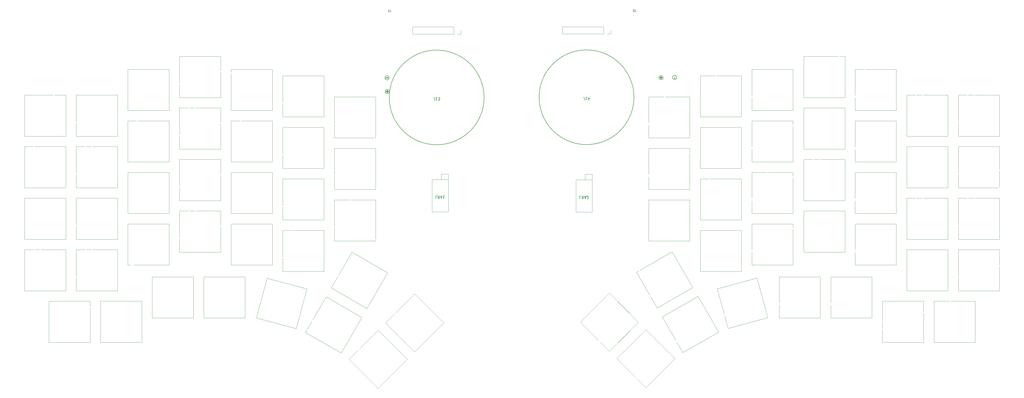
<source format=gbr>
%TF.GenerationSoftware,KiCad,Pcbnew,(6.0.5)*%
%TF.CreationDate,2022-08-12T23:05:57+08:00*%
%TF.ProjectId,ChunkyXiao,4368756e-6b79-4586-9961-6f2e6b696361,rev?*%
%TF.SameCoordinates,Original*%
%TF.FileFunction,Legend,Bot*%
%TF.FilePolarity,Positive*%
%FSLAX46Y46*%
G04 Gerber Fmt 4.6, Leading zero omitted, Abs format (unit mm)*
G04 Created by KiCad (PCBNEW (6.0.5)) date 2022-08-12 23:05:57*
%MOMM*%
%LPD*%
G01*
G04 APERTURE LIST*
%ADD10C,0.152400*%
%ADD11C,0.150000*%
%ADD12C,0.120000*%
%ADD13C,0.200000*%
%ADD14C,0.304800*%
%ADD15C,0.203200*%
%ADD16C,1.701800*%
%ADD17C,3.987800*%
%ADD18C,1.600000*%
%ADD19C,3.050000*%
%ADD20C,1.900000*%
%ADD21C,3.048000*%
%ADD22C,5.050000*%
%ADD23C,0.650000*%
%ADD24O,1.000000X2.100000*%
%ADD25O,1.000000X1.600000*%
%ADD26C,1.700000*%
%ADD27O,3.454400X1.778000*%
%ADD28R,1.000000X1.000000*%
%ADD29O,1.778000X3.454400*%
%ADD30C,1.100000*%
%ADD31C,2.100000*%
%ADD32O,2.200000X2.100000*%
%ADD33C,0.800000*%
%ADD34C,0.600000*%
G04 APERTURE END LIST*
D10*
%TO.C,J2*%
X260819340Y-66460916D02*
X260819340Y-67041487D01*
X260858045Y-67157601D01*
X260935454Y-67235011D01*
X261051568Y-67273716D01*
X261128978Y-67273716D01*
X260470997Y-66538325D02*
X260432292Y-66499621D01*
X260354883Y-66460916D01*
X260161359Y-66460916D01*
X260083949Y-66499621D01*
X260045245Y-66538325D01*
X260006540Y-66615735D01*
X260006540Y-66693144D01*
X260045245Y-66809259D01*
X260509702Y-67273716D01*
X260006540Y-67273716D01*
%TO.C,J1*%
X170400504Y-66510923D02*
X170400504Y-67091494D01*
X170439209Y-67207608D01*
X170516618Y-67285018D01*
X170632732Y-67323723D01*
X170710142Y-67323723D01*
X169587704Y-67323723D02*
X170052161Y-67323723D01*
X169819932Y-67323723D02*
X169819932Y-66510923D01*
X169897342Y-66627037D01*
X169974751Y-66704447D01*
X170052161Y-66743151D01*
D11*
%TO.C,J13*%
X186682366Y-99984111D02*
X186682366Y-99269825D01*
X186634747Y-99126968D01*
X186539509Y-99031730D01*
X186396651Y-98984111D01*
X186301413Y-98984111D01*
X187682366Y-98984111D02*
X187110937Y-98984111D01*
X187396651Y-98984111D02*
X187396651Y-99984111D01*
X187301413Y-99841253D01*
X187206175Y-99746015D01*
X187110937Y-99698396D01*
X188015699Y-99984111D02*
X188634747Y-99984111D01*
X188301413Y-99603158D01*
X188444270Y-99603158D01*
X188539509Y-99555539D01*
X188587128Y-99507920D01*
X188634747Y-99412682D01*
X188634747Y-99174587D01*
X188587128Y-99079349D01*
X188539509Y-99031730D01*
X188444270Y-98984111D01*
X188158556Y-98984111D01*
X188063318Y-99031730D01*
X188015699Y-99079349D01*
%TO.C,LRA2*%
X240791650Y-135384111D02*
X240315460Y-135384111D01*
X240315460Y-136384111D01*
X241696412Y-135384111D02*
X241363079Y-135860301D01*
X241124984Y-135384111D02*
X241124984Y-136384111D01*
X241505936Y-136384111D01*
X241601174Y-136336492D01*
X241648793Y-136288872D01*
X241696412Y-136193634D01*
X241696412Y-136050777D01*
X241648793Y-135955539D01*
X241601174Y-135907920D01*
X241505936Y-135860301D01*
X241124984Y-135860301D01*
X242077365Y-135669825D02*
X242553555Y-135669825D01*
X241982127Y-135384111D02*
X242315460Y-136384111D01*
X242648793Y-135384111D01*
X242934508Y-136288872D02*
X242982127Y-136336492D01*
X243077365Y-136384111D01*
X243315460Y-136384111D01*
X243410698Y-136336492D01*
X243458317Y-136288872D01*
X243505936Y-136193634D01*
X243505936Y-136098396D01*
X243458317Y-135955539D01*
X242886889Y-135384111D01*
X243505936Y-135384111D01*
%TO.C,J14*%
X241987367Y-99921612D02*
X241987367Y-99207326D01*
X241939748Y-99064469D01*
X241844510Y-98969231D01*
X241701652Y-98921612D01*
X241606414Y-98921612D01*
X242987367Y-98921612D02*
X242415938Y-98921612D01*
X242701652Y-98921612D02*
X242701652Y-99921612D01*
X242606414Y-99778754D01*
X242511176Y-99683516D01*
X242415938Y-99635897D01*
X243844510Y-99588278D02*
X243844510Y-98921612D01*
X243606414Y-99969231D02*
X243368319Y-99254945D01*
X243987367Y-99254945D01*
%TO.C,LRA1*%
X187694761Y-135307619D02*
X187218571Y-135307619D01*
X187218571Y-136307619D01*
X188599523Y-135307619D02*
X188266190Y-135783809D01*
X188028095Y-135307619D02*
X188028095Y-136307619D01*
X188409047Y-136307619D01*
X188504285Y-136260000D01*
X188551904Y-136212380D01*
X188599523Y-136117142D01*
X188599523Y-135974285D01*
X188551904Y-135879047D01*
X188504285Y-135831428D01*
X188409047Y-135783809D01*
X188028095Y-135783809D01*
X188980476Y-135593333D02*
X189456666Y-135593333D01*
X188885238Y-135307619D02*
X189218571Y-136307619D01*
X189551904Y-135307619D01*
X190409047Y-135307619D02*
X189837619Y-135307619D01*
X190123333Y-135307619D02*
X190123333Y-136307619D01*
X190028095Y-136164761D01*
X189932857Y-136069523D01*
X189837619Y-136021904D01*
D12*
%TO.C,SW18*%
X107766889Y-137068492D02*
X92566889Y-137068492D01*
X92566889Y-137068492D02*
X92566889Y-121868492D01*
X92566889Y-121868492D02*
X107766889Y-121868492D01*
X107766889Y-121868492D02*
X107766889Y-137068492D01*
%TO.C,SW62*%
X357099888Y-126636497D02*
X357099888Y-141836497D01*
X357099888Y-141836497D02*
X341899888Y-141836497D01*
X341899888Y-126636497D02*
X357099888Y-126636497D01*
X341899888Y-141836497D02*
X341899888Y-126636497D01*
%TO.C,SW19*%
X92566888Y-140918491D02*
X107766888Y-140918491D01*
X107766888Y-140918491D02*
X107766888Y-156118491D01*
X107766888Y-156118491D02*
X92566888Y-156118491D01*
X92566888Y-156118491D02*
X92566888Y-140918491D01*
%TO.C,SW21*%
X111616892Y-88536493D02*
X126816892Y-88536493D01*
X126816892Y-88536493D02*
X126816892Y-103736493D01*
X111616892Y-103736493D02*
X111616892Y-88536493D01*
X126816892Y-103736493D02*
X111616892Y-103736493D01*
%TO.C,SW50*%
X318999890Y-88536495D02*
X318999890Y-103736495D01*
X303799890Y-88536495D02*
X318999890Y-88536495D01*
X303799890Y-103736495D02*
X303799890Y-88536495D01*
X318999890Y-103736495D02*
X303799890Y-103736495D01*
%TO.C,SW15*%
X78666890Y-174261494D02*
X78666890Y-189461494D01*
X78666890Y-189461494D02*
X63466890Y-189461494D01*
X63466890Y-174261494D02*
X78666890Y-174261494D01*
X63466890Y-189461494D02*
X63466890Y-174261494D01*
%TO.C,SW12*%
X88716888Y-122786493D02*
X73516888Y-122786493D01*
X88716888Y-107586493D02*
X88716888Y-122786493D01*
X73516888Y-122786493D02*
X73516888Y-107586493D01*
X73516888Y-107586493D02*
X88716888Y-107586493D01*
%TO.C,SW66*%
X360949889Y-132311492D02*
X360949889Y-117111492D01*
X376149889Y-117111492D02*
X376149889Y-132311492D01*
X360949889Y-117111492D02*
X376149889Y-117111492D01*
X376149889Y-132311492D02*
X360949889Y-132311492D01*
%TO.C,SW43*%
X274379433Y-155995850D02*
X281979433Y-169159436D01*
X281979433Y-169159436D02*
X268815847Y-176759436D01*
X268815847Y-176759436D02*
X261215847Y-163595850D01*
X261215847Y-163595850D02*
X274379433Y-155995850D01*
%TO.C,SW20*%
X82516890Y-180461494D02*
X82516890Y-165261494D01*
X97716890Y-165261494D02*
X97716890Y-180461494D01*
X82516890Y-165261494D02*
X97716890Y-165261494D01*
X97716890Y-180461494D02*
X82516890Y-180461494D01*
%TO.C,SW38*%
X240446931Y-182062782D02*
X251194954Y-171314759D01*
X251194954Y-192810805D02*
X240446931Y-182062782D01*
X261942977Y-182062782D02*
X251194954Y-192810805D01*
X251194954Y-171314759D02*
X261942977Y-182062782D01*
%TO.C,SW13*%
X88716888Y-126636495D02*
X88716888Y-141836495D01*
X73516888Y-141836495D02*
X73516888Y-126636495D01*
X73516888Y-126636495D02*
X88716888Y-126636495D01*
X88716888Y-141836495D02*
X73516888Y-141836495D01*
D13*
%TO.C,J16*%
X204991890Y-98936492D02*
G75*
G03*
X204991890Y-98936492I-17500000J0D01*
G01*
D12*
%TO.C,SW10*%
X59616889Y-174261494D02*
X59616889Y-189461494D01*
X44416889Y-174261494D02*
X59616889Y-174261494D01*
X59616889Y-189461494D02*
X44416889Y-189461494D01*
X44416889Y-189461494D02*
X44416889Y-174261494D01*
%TO.C,SW31*%
X149716888Y-113916491D02*
X149716888Y-98716491D01*
X164916888Y-113916491D02*
X149716888Y-113916491D01*
X149716888Y-98716491D02*
X164916888Y-98716491D01*
X164916888Y-98716491D02*
X164916888Y-113916491D01*
%TO.C,SW34*%
X169367433Y-163763850D02*
X161767433Y-176927436D01*
X161767433Y-176927436D02*
X148603847Y-169327436D01*
X156203847Y-156163850D02*
X169367433Y-163763850D01*
X148603847Y-169327436D02*
X156203847Y-156163850D01*
D14*
%TO.C,SYM4*%
X275336891Y-91941596D02*
X275336891Y-91147896D01*
D15*
X276118591Y-91544796D02*
G75*
G03*
X276118591Y-91544796I-781700J0D01*
G01*
D12*
%TO.C,SW7*%
X54466889Y-117111493D02*
X69666889Y-117111493D01*
X54466889Y-132311493D02*
X54466889Y-117111493D01*
X69666889Y-132311493D02*
X54466889Y-132311493D01*
X69666889Y-117111493D02*
X69666889Y-132311493D01*
%TO.C,SW45*%
X299949889Y-106122496D02*
X284749889Y-106122496D01*
X284749889Y-90922496D02*
X299949889Y-90922496D01*
X299949889Y-90922496D02*
X299949889Y-106122496D01*
X284749889Y-106122496D02*
X284749889Y-90922496D01*
D14*
%TO.C,SYM2*%
X269880090Y-91646493D02*
X270673690Y-91646493D01*
X270276890Y-92043293D02*
X270276890Y-91249593D01*
D15*
X271058590Y-91646493D02*
G75*
G03*
X271058590Y-91646493I-781700J0D01*
G01*
D12*
%TO.C,SW27*%
X145866888Y-109972495D02*
X145866888Y-125172495D01*
X145866888Y-125172495D02*
X130666888Y-125172495D01*
X130666888Y-109972495D02*
X145866888Y-109972495D01*
X130666888Y-125172495D02*
X130666888Y-109972495D01*
%TO.C,SW48*%
X299949889Y-163272496D02*
X284749889Y-163272496D01*
X284749889Y-163272496D02*
X284749889Y-148072496D01*
X299949889Y-148072496D02*
X299949889Y-163272496D01*
X284749889Y-148072496D02*
X299949889Y-148072496D01*
D14*
%TO.C,SYM1*%
X169280000Y-96363200D02*
X169280000Y-97156800D01*
X168883200Y-96760000D02*
X169676900Y-96760000D01*
D15*
X170061700Y-96760000D02*
G75*
G03*
X170061700Y-96760000I-781700J0D01*
G01*
D12*
%TO.C,SW6*%
X69666889Y-98061494D02*
X69666889Y-113261494D01*
X54466889Y-113261494D02*
X54466889Y-98061494D01*
X69666889Y-113261494D02*
X54466889Y-113261494D01*
X54466889Y-98061494D02*
X69666889Y-98061494D01*
%TO.C,SW54*%
X313849889Y-165261495D02*
X329049889Y-165261495D01*
X329049889Y-165261495D02*
X329049889Y-180461495D01*
X329049889Y-180461495D02*
X313849889Y-180461495D01*
X313849889Y-180461495D02*
X313849889Y-165261495D01*
%TO.C,SW53*%
X303799894Y-160886493D02*
X303799894Y-145686493D01*
X303799894Y-145686493D02*
X318999894Y-145686493D01*
X318999894Y-160886493D02*
X303799894Y-160886493D01*
X318999894Y-145686493D02*
X318999894Y-160886493D01*
%TO.C,SW57*%
X338149887Y-121868491D02*
X338149887Y-137068491D01*
X322949887Y-121868491D02*
X338149887Y-121868491D01*
X338149887Y-137068491D02*
X322949887Y-137068491D01*
X322949887Y-137068491D02*
X322949887Y-121868491D01*
%TO.C,SW24*%
X126816889Y-145686493D02*
X126816889Y-160886493D01*
X111616889Y-145686493D02*
X126816889Y-145686493D01*
X126816889Y-160886493D02*
X111616889Y-160886493D01*
X111616889Y-160886493D02*
X111616889Y-145686493D01*
%TO.C,SW69*%
X370999888Y-189461494D02*
X370999888Y-174261494D01*
X386199888Y-174261494D02*
X386199888Y-189461494D01*
X386199888Y-189461494D02*
X370999888Y-189461494D01*
X370999888Y-174261494D02*
X386199888Y-174261494D01*
%TO.C,SW32*%
X149716888Y-132966495D02*
X149716888Y-117766495D01*
X149716888Y-117766495D02*
X164916888Y-117766495D01*
X164916888Y-132966495D02*
X149716888Y-132966495D01*
X164916888Y-117766495D02*
X164916888Y-132966495D01*
%TO.C,SW56*%
X338149889Y-118018494D02*
X322949889Y-118018494D01*
X322949889Y-118018494D02*
X322949889Y-102818494D01*
X338149889Y-102818494D02*
X338149889Y-118018494D01*
X322949889Y-102818494D02*
X338149889Y-102818494D01*
%TO.C,SW59*%
X348099890Y-180461495D02*
X332899890Y-180461495D01*
X332899890Y-180461495D02*
X332899890Y-165261495D01*
X332899890Y-165261495D02*
X348099890Y-165261495D01*
X348099890Y-165261495D02*
X348099890Y-180461495D01*
%TO.C,SW58*%
X338149891Y-156118494D02*
X322949891Y-156118494D01*
X322949891Y-156118494D02*
X322949891Y-140918494D01*
X322949891Y-140918494D02*
X338149891Y-140918494D01*
X338149891Y-140918494D02*
X338149891Y-156118494D01*
%TO.C,SW46*%
X284749890Y-125172495D02*
X284749890Y-109972495D01*
X299949890Y-125172495D02*
X284749890Y-125172495D01*
X299949890Y-109972495D02*
X299949890Y-125172495D01*
X284749890Y-109972495D02*
X299949890Y-109972495D01*
%TO.C,SW33*%
X164916889Y-136816493D02*
X164916889Y-152016493D01*
X149716889Y-152016493D02*
X149716889Y-136816493D01*
X149716889Y-136816493D02*
X164916889Y-136816493D01*
X164916889Y-152016493D02*
X149716889Y-152016493D01*
%TO.C,SW68*%
X376149887Y-155211493D02*
X376149887Y-170411493D01*
X360949887Y-170411493D02*
X360949887Y-155211493D01*
X376149887Y-170411493D02*
X360949887Y-170411493D01*
X360949887Y-155211493D02*
X376149887Y-155211493D01*
%TO.C,SW71*%
X379999887Y-132311492D02*
X379999887Y-117111492D01*
X379999887Y-117111492D02*
X395199887Y-117111492D01*
X395199887Y-117111492D02*
X395199887Y-132311492D01*
X395199887Y-132311492D02*
X379999887Y-132311492D01*
D14*
%TO.C,SYM3*%
X168784900Y-91700000D02*
X169578600Y-91700000D01*
D15*
X169963400Y-91700000D02*
G75*
G03*
X169963400Y-91700000I-781700J0D01*
G01*
D12*
%TO.C,SW8*%
X69666889Y-136161495D02*
X69666889Y-151361495D01*
X69666889Y-151361495D02*
X54466889Y-151361495D01*
X54466889Y-151361495D02*
X54466889Y-136161495D01*
X54466889Y-136161495D02*
X69666889Y-136161495D01*
%TO.C,SW29*%
X145866886Y-163272497D02*
X130666886Y-163272497D01*
X130666886Y-148072497D02*
X145866886Y-148072497D01*
X145866886Y-148072497D02*
X145866886Y-163272497D01*
X130666886Y-163272497D02*
X130666886Y-148072497D01*
%TO.C,SW55*%
X338149890Y-98968493D02*
X322949890Y-98968493D01*
X322949890Y-98968493D02*
X322949890Y-83768493D01*
X322949890Y-83768493D02*
X338149890Y-83768493D01*
X338149890Y-83768493D02*
X338149890Y-98968493D01*
%TO.C,SW26*%
X130666888Y-106122495D02*
X130666888Y-90922495D01*
X145866888Y-106122495D02*
X130666888Y-106122495D01*
X145866888Y-90922495D02*
X145866888Y-106122495D01*
X130666888Y-90922495D02*
X145866888Y-90922495D01*
%TO.C,SW9*%
X69666887Y-155211494D02*
X69666887Y-170411494D01*
X54466887Y-170411494D02*
X54466887Y-155211494D01*
X54466887Y-155211494D02*
X69666887Y-155211494D01*
X69666887Y-170411494D02*
X54466887Y-170411494D01*
%TO.C,SW63*%
X357099887Y-160886497D02*
X341899887Y-160886497D01*
X357099887Y-145686497D02*
X357099887Y-160886497D01*
X341899887Y-145686497D02*
X357099887Y-145686497D01*
X341899887Y-160886497D02*
X341899887Y-145686497D01*
%TO.C,SW23*%
X126816889Y-141836490D02*
X111616889Y-141836490D01*
X111616889Y-141836490D02*
X111616889Y-126636490D01*
X111616889Y-126636490D02*
X126816889Y-126636490D01*
X126816889Y-126636490D02*
X126816889Y-141836490D01*
%TO.C,SW61*%
X357099890Y-122786495D02*
X341899890Y-122786495D01*
X341899890Y-107586495D02*
X357099890Y-107586495D01*
X341899890Y-122786495D02*
X341899890Y-107586495D01*
X357099890Y-107586495D02*
X357099890Y-122786495D01*
%TO.C,SW70*%
X395199888Y-98061491D02*
X395199888Y-113261491D01*
X395199888Y-113261491D02*
X379999888Y-113261491D01*
X379999888Y-113261491D02*
X379999888Y-98061491D01*
X379999888Y-98061491D02*
X395199888Y-98061491D01*
%TO.C,SW42*%
X265699889Y-136816493D02*
X280899889Y-136816493D01*
X280899889Y-152016493D02*
X265699889Y-152016493D01*
X280899889Y-136816493D02*
X280899889Y-152016493D01*
X265699889Y-152016493D02*
X265699889Y-136816493D01*
%TO.C,SW51*%
X318999891Y-122786495D02*
X303799891Y-122786495D01*
X303799891Y-122786495D02*
X303799891Y-107586495D01*
X303799891Y-107586495D02*
X318999891Y-107586495D01*
X318999891Y-107586495D02*
X318999891Y-122786495D01*
%TO.C,SW14*%
X88716886Y-160886495D02*
X73516886Y-160886495D01*
X88716886Y-145686495D02*
X88716886Y-160886495D01*
X73516886Y-160886495D02*
X73516886Y-145686495D01*
X73516886Y-145686495D02*
X88716886Y-145686495D01*
D13*
%TO.C,J15*%
X260296891Y-98873993D02*
G75*
G03*
X260296891Y-98873993I-17500000J0D01*
G01*
D12*
%TO.C,SW73*%
X395199889Y-155211490D02*
X395199889Y-170411490D01*
X379999889Y-170411490D02*
X379999889Y-155211490D01*
X379999889Y-155211490D02*
X395199889Y-155211490D01*
X395199889Y-170411490D02*
X379999889Y-170411490D01*
%TO.C,SW28*%
X145866888Y-144222496D02*
X130666888Y-144222496D01*
X145866888Y-129022496D02*
X145866888Y-144222496D01*
X130666888Y-129022496D02*
X145866888Y-129022496D01*
X130666888Y-144222496D02*
X130666888Y-129022496D01*
%TO.C,SW39*%
X275413361Y-195533165D02*
X264665338Y-206281188D01*
X264665338Y-206281188D02*
X253917315Y-195533165D01*
X253917315Y-195533165D02*
X264665338Y-184785142D01*
X264665338Y-184785142D02*
X275413361Y-195533165D01*
%TO.C,SW52*%
X303799892Y-126636493D02*
X318999892Y-126636493D01*
X318999892Y-126636493D02*
X318999892Y-141836493D01*
X303799892Y-141836493D02*
X303799892Y-126636493D01*
X318999892Y-141836493D02*
X303799892Y-141836493D01*
%TO.C,SW72*%
X395199888Y-136161493D02*
X395199888Y-151361493D01*
X379999888Y-151361493D02*
X379999888Y-136161493D01*
X379999888Y-136161493D02*
X395199888Y-136161493D01*
X395199888Y-151361493D02*
X379999888Y-151361493D01*
%TO.C,SW11*%
X88716889Y-103736494D02*
X73516889Y-103736494D01*
X88716889Y-88536494D02*
X88716889Y-103736494D01*
X73516889Y-88536494D02*
X88716889Y-88536494D01*
X73516889Y-103736494D02*
X73516889Y-88536494D01*
%TO.C,SW37*%
X176626239Y-195752943D02*
X165878216Y-206500966D01*
X155130193Y-195752943D02*
X165878216Y-185004920D01*
X165878216Y-206500966D02*
X155130193Y-195752943D01*
X165878216Y-185004920D02*
X176626239Y-195752943D01*
%TO.C,SW41*%
X265699891Y-117766492D02*
X280899891Y-117766492D01*
X280899891Y-132966492D02*
X265699891Y-132966492D01*
X280899891Y-117766492D02*
X280899891Y-132966492D01*
X265699891Y-132966492D02*
X265699891Y-117766492D01*
%TO.C,SW17*%
X92566888Y-102818494D02*
X107766888Y-102818494D01*
X107766888Y-118018494D02*
X92566888Y-118018494D01*
X107766888Y-102818494D02*
X107766888Y-118018494D01*
X92566888Y-118018494D02*
X92566888Y-102818494D01*
%TO.C,SW40*%
X280899889Y-113916494D02*
X265699889Y-113916494D01*
X280899889Y-98716494D02*
X280899889Y-113916494D01*
X265699889Y-113916494D02*
X265699889Y-98716494D01*
X265699889Y-98716494D02*
X280899889Y-98716494D01*
%TO.C,SW67*%
X376149889Y-151361493D02*
X360949889Y-151361493D01*
X376149889Y-136161493D02*
X376149889Y-151361493D01*
X360949889Y-151361493D02*
X360949889Y-136161493D01*
X360949889Y-136161493D02*
X376149889Y-136161493D01*
%TO.C,SW25*%
X101566890Y-180461493D02*
X101566890Y-165261493D01*
X101566890Y-165261493D02*
X116766890Y-165261493D01*
X116766890Y-165261493D02*
X116766890Y-180461493D01*
X116766890Y-180461493D02*
X101566890Y-180461493D01*
%TO.C,SW3*%
X50616892Y-136161491D02*
X50616892Y-151361491D01*
X35416892Y-136161491D02*
X50616892Y-136161491D01*
X50616892Y-151361491D02*
X35416892Y-151361491D01*
X35416892Y-151361491D02*
X35416892Y-136161491D01*
%TO.C,SW49*%
X291034038Y-169638280D02*
X305716111Y-165704231D01*
X305716111Y-165704231D02*
X309650160Y-180386303D01*
X294968088Y-184320353D02*
X291034038Y-169638280D01*
X309650160Y-180386303D02*
X294968088Y-184320353D01*
%TO.C,SW47*%
X299949891Y-144222495D02*
X284749891Y-144222495D01*
X299949891Y-129022495D02*
X299949891Y-144222495D01*
X284749891Y-144222495D02*
X284749891Y-129022495D01*
X284749891Y-129022495D02*
X299949891Y-129022495D01*
%TO.C,SW1*%
X35416888Y-98061493D02*
X50616888Y-98061493D01*
X35416888Y-113261493D02*
X35416888Y-98061493D01*
X50616888Y-98061493D02*
X50616888Y-113261493D01*
X50616888Y-113261493D02*
X35416888Y-113261493D01*
%TO.C,SW60*%
X357099891Y-88536494D02*
X357099891Y-103736494D01*
X357099891Y-103736494D02*
X341899891Y-103736494D01*
X341899891Y-88536494D02*
X357099891Y-88536494D01*
X341899891Y-103736494D02*
X341899891Y-88536494D01*
%TO.C,SW4*%
X35416888Y-170411490D02*
X35416888Y-155211490D01*
X35416888Y-155211490D02*
X50616888Y-155211490D01*
X50616888Y-155211490D02*
X50616888Y-170411490D01*
X50616888Y-170411490D02*
X35416888Y-170411490D01*
%TO.C,SW35*%
X139078848Y-185825221D02*
X146678848Y-172661635D01*
X146678848Y-172661635D02*
X159842434Y-180261635D01*
X159842434Y-180261635D02*
X152242434Y-193425221D01*
X152242434Y-193425221D02*
X139078848Y-185825221D01*
%TO.C,SW22*%
X111616890Y-107586492D02*
X126816890Y-107586492D01*
X126816890Y-107586492D02*
X126816890Y-122786492D01*
X111616890Y-122786492D02*
X111616890Y-107586492D01*
X126816890Y-122786492D02*
X111616890Y-122786492D01*
%TO.C,SW30*%
X120958100Y-180451007D02*
X124892150Y-165768935D01*
X135640173Y-184385057D02*
X120958100Y-180451007D01*
X139574222Y-169702984D02*
X135640173Y-184385057D01*
X124892150Y-165768935D02*
X139574222Y-169702984D01*
%TO.C,SW64*%
X367149888Y-174261494D02*
X367149888Y-189461494D01*
X367149888Y-189461494D02*
X351949888Y-189461494D01*
X351949888Y-189461494D02*
X351949888Y-174261494D01*
X351949888Y-174261494D02*
X367149888Y-174261494D01*
%TO.C,SW65*%
X360949889Y-113261493D02*
X360949889Y-98061493D01*
X376149889Y-113261493D02*
X360949889Y-113261493D01*
X360949889Y-98061493D02*
X376149889Y-98061493D01*
X376149889Y-98061493D02*
X376149889Y-113261493D01*
%TO.C,SW44*%
X291504433Y-185657221D02*
X278340847Y-193257221D01*
X270740847Y-180093635D02*
X283904433Y-172493635D01*
X278340847Y-193257221D02*
X270740847Y-180093635D01*
X283904433Y-172493635D02*
X291504433Y-185657221D01*
%TO.C,SW16*%
X107766891Y-98968490D02*
X92566891Y-98968490D01*
X92566891Y-83768490D02*
X107766891Y-83768490D01*
X92566891Y-98968490D02*
X92566891Y-83768490D01*
X107766891Y-83768490D02*
X107766891Y-98968490D01*
%TO.C,SW36*%
X179348600Y-193030582D02*
X168600577Y-182282559D01*
X190096623Y-182282559D02*
X179348600Y-193030582D01*
X168600577Y-182282559D02*
X179348600Y-171534536D01*
X179348600Y-171534536D02*
X190096623Y-182282559D01*
%TO.C,SW2*%
X50616889Y-132311490D02*
X35416889Y-132311490D01*
X50616889Y-117111490D02*
X50616889Y-132311490D01*
X35416889Y-117111490D02*
X50616889Y-117111490D01*
X35416889Y-132311490D02*
X35416889Y-117111490D01*
%TO.C,J13*%
X178551890Y-75516492D02*
X178551890Y-72856492D01*
X195121890Y-75516492D02*
X196451890Y-75516492D01*
X196451890Y-75516492D02*
X196451890Y-74186492D01*
X193851890Y-75516492D02*
X178551890Y-75516492D01*
X193851890Y-75516492D02*
X193851890Y-72856492D01*
X193851890Y-72856492D02*
X178551890Y-72856492D01*
%TO.C,LRA2*%
X244886889Y-129336492D02*
X242286889Y-129336492D01*
X242286889Y-129336492D02*
X242286889Y-127336492D01*
X242286889Y-127336492D02*
X244886889Y-127336492D01*
X244886889Y-127336492D02*
X244886889Y-129336492D01*
X238886889Y-141336492D02*
X244886889Y-141336492D01*
X244886889Y-141336492D02*
X244886889Y-129336492D01*
X244886889Y-129336492D02*
X238886889Y-129336492D01*
X238886889Y-129336492D02*
X238886889Y-141336492D01*
%TO.C,J14*%
X233856891Y-75453993D02*
X233856891Y-72793993D01*
X250426891Y-75453993D02*
X251756891Y-75453993D01*
X249156891Y-75453993D02*
X233856891Y-75453993D01*
X249156891Y-72793993D02*
X233856891Y-72793993D01*
X249156891Y-75453993D02*
X249156891Y-72793993D01*
X251756891Y-75453993D02*
X251756891Y-74123993D01*
%TO.C,LRA1*%
X185790000Y-141260000D02*
X191790000Y-141260000D01*
X191790000Y-141260000D02*
X191790000Y-129260000D01*
X191790000Y-129260000D02*
X185790000Y-129260000D01*
X185790000Y-129260000D02*
X185790000Y-141260000D01*
X191790000Y-129260000D02*
X189190000Y-129260000D01*
X189190000Y-129260000D02*
X189190000Y-127260000D01*
X189190000Y-127260000D02*
X191790000Y-127260000D01*
X191790000Y-127260000D02*
X191790000Y-129260000D01*
%TD*%
%LPC*%
D16*
%TO.C,SW18*%
X105121889Y-129443492D03*
X94961889Y-129443492D03*
D17*
X100041889Y-129443492D03*
D18*
X95166889Y-124318492D03*
D19*
X100166889Y-135368492D03*
D20*
X105666889Y-129468492D03*
D21*
X102581889Y-134523492D03*
D19*
X105166889Y-133268492D03*
D20*
X94666889Y-129468492D03*
D21*
X96231889Y-131983492D03*
D22*
X100166889Y-129468492D03*
%TD*%
%TO.C,SW62*%
X349499888Y-134236497D03*
D16*
X344294888Y-134211497D03*
D20*
X354999888Y-134236497D03*
D18*
X344499888Y-129086497D03*
D21*
X345564888Y-136751497D03*
D19*
X354499888Y-138036497D03*
D21*
X351914888Y-139291497D03*
D19*
X349499888Y-140136497D03*
D17*
X349374888Y-134211497D03*
D20*
X343999888Y-134236497D03*
D16*
X354454888Y-134211497D03*
%TD*%
D17*
%TO.C,SW19*%
X100041888Y-148493491D03*
D16*
X105121888Y-148493491D03*
D19*
X100166888Y-154418491D03*
D20*
X105666888Y-148518491D03*
X94666888Y-148518491D03*
D21*
X102581888Y-153573491D03*
X96231888Y-151033491D03*
D18*
X95166888Y-143368491D03*
D16*
X94961888Y-148493491D03*
D19*
X105166888Y-152318491D03*
D22*
X100166888Y-148518491D03*
%TD*%
D20*
%TO.C,SW21*%
X124716892Y-96136493D03*
D18*
X114216892Y-90986493D03*
D17*
X119091892Y-96111493D03*
D19*
X119216892Y-102036493D03*
D21*
X121631892Y-101191493D03*
D16*
X124171892Y-96111493D03*
D19*
X124216892Y-99936493D03*
D21*
X115281892Y-98651493D03*
D20*
X113716892Y-96136493D03*
D16*
X114011892Y-96111493D03*
D22*
X119216892Y-96136493D03*
%TD*%
D23*
%TO.C,J2*%
X263438407Y-70099801D03*
X257658407Y-70099801D03*
D24*
X264868407Y-70629801D03*
D25*
X264868407Y-66449801D03*
X256228407Y-66449801D03*
D24*
X256228407Y-70629801D03*
%TD*%
D16*
%TO.C,SW50*%
X316354890Y-96111495D03*
D20*
X305899890Y-96136495D03*
D17*
X311274890Y-96111495D03*
D19*
X316399890Y-99936495D03*
D21*
X307464890Y-98651495D03*
D20*
X316899890Y-96136495D03*
D22*
X311399890Y-96136495D03*
D21*
X313814890Y-101191495D03*
D18*
X306399890Y-90986495D03*
D16*
X306194890Y-96111495D03*
D19*
X311399890Y-102036495D03*
%TD*%
D16*
%TO.C,SW15*%
X76021890Y-181836494D03*
D20*
X65566890Y-181861494D03*
D19*
X71066890Y-187761494D03*
X76066890Y-185661494D03*
D16*
X65861890Y-181836494D03*
D18*
X66066890Y-176711494D03*
D20*
X76566890Y-181861494D03*
D17*
X70941890Y-181836494D03*
D21*
X67131890Y-184376494D03*
D22*
X71066890Y-181861494D03*
D21*
X73481890Y-186916494D03*
%TD*%
D19*
%TO.C,SW12*%
X86116888Y-118986493D03*
D21*
X77181888Y-117701493D03*
D18*
X76116888Y-110036493D03*
D16*
X75911888Y-115161493D03*
D20*
X86616888Y-115186493D03*
D17*
X80991888Y-115161493D03*
D16*
X86071888Y-115161493D03*
D22*
X81116888Y-115186493D03*
D19*
X81116888Y-121086493D03*
D21*
X83531888Y-120241493D03*
D20*
X75616888Y-115186493D03*
%TD*%
D26*
%TO.C,J5*%
X313430000Y-70750000D03*
%TD*%
D19*
%TO.C,SW66*%
X373549889Y-128511492D03*
D22*
X368549889Y-124711492D03*
D16*
X363344889Y-124686492D03*
D20*
X363049889Y-124711492D03*
D16*
X373504889Y-124686492D03*
D18*
X363549889Y-119561492D03*
D19*
X368549889Y-130611492D03*
D21*
X364614889Y-127226492D03*
X370964889Y-129766492D03*
D20*
X374049889Y-124711492D03*
D17*
X368424889Y-124686492D03*
%TD*%
D20*
%TO.C,SW43*%
X276360780Y-163627643D03*
D17*
X271476887Y-166418492D03*
D16*
X267077478Y-168958492D03*
D20*
X266834500Y-169127643D03*
D21*
X269447330Y-170523197D03*
D16*
X275876296Y-163878492D03*
D18*
X264692513Y-164417612D03*
D19*
X274547640Y-171487193D03*
X277827767Y-167168539D03*
D22*
X271597640Y-166377643D03*
D21*
X276216592Y-169547901D03*
%TD*%
D20*
%TO.C,SW20*%
X95616890Y-172861494D03*
D16*
X84911890Y-172836494D03*
D18*
X85116890Y-167711494D03*
D17*
X89991890Y-172836494D03*
D19*
X90116890Y-178761494D03*
D22*
X90116890Y-172861494D03*
D16*
X95071890Y-172836494D03*
D19*
X95116890Y-176661494D03*
D21*
X86181890Y-175376494D03*
X92531890Y-177916494D03*
D20*
X84616890Y-172861494D03*
%TD*%
D21*
%TO.C,SW38*%
X256477042Y-183929544D03*
D17*
X251088888Y-182133493D03*
D16*
X247496786Y-185725595D03*
D20*
X247305867Y-185951870D03*
D18*
X244017820Y-181956716D03*
D19*
X257417494Y-181214254D03*
D16*
X254680990Y-178541391D03*
D19*
X255366884Y-186234712D03*
D20*
X255084041Y-178173695D03*
D22*
X251194954Y-182062782D03*
D21*
X250190862Y-186623621D03*
%TD*%
D27*
%TO.C,J9*%
X167425000Y-99450000D03*
%TD*%
D17*
%TO.C,SW13*%
X80991888Y-134211495D03*
D20*
X75616888Y-134236495D03*
D16*
X86071888Y-134211495D03*
D18*
X76116888Y-129086495D03*
D16*
X75911888Y-134211495D03*
D19*
X86116888Y-138036495D03*
D20*
X86616888Y-134236495D03*
D22*
X81116888Y-134236495D03*
D21*
X77181888Y-136751495D03*
D19*
X81116888Y-140136495D03*
D21*
X83531888Y-139291495D03*
%TD*%
D26*
%TO.C,J3*%
X165510000Y-79650000D03*
%TD*%
D16*
%TO.C,SW10*%
X56971889Y-181836494D03*
D19*
X57016889Y-185661494D03*
D21*
X54431889Y-186916494D03*
X48081889Y-184376494D03*
D17*
X51891889Y-181836494D03*
D22*
X52016889Y-181861494D03*
D18*
X47016889Y-176711494D03*
D16*
X46811889Y-181836494D03*
D20*
X46516889Y-181861494D03*
D19*
X52016889Y-187761494D03*
D20*
X57516889Y-181861494D03*
%TD*%
D17*
%TO.C,SW31*%
X157191888Y-106291491D03*
D22*
X157316888Y-106316491D03*
D16*
X162271888Y-106291491D03*
X152111888Y-106291491D03*
D19*
X162316888Y-110116491D03*
D20*
X151816888Y-106316491D03*
D18*
X152316888Y-101166491D03*
D21*
X153381888Y-108831491D03*
X159731888Y-111371491D03*
D19*
X157316888Y-112216491D03*
D20*
X162816888Y-106316491D03*
%TD*%
D16*
%TO.C,SW34*%
X163289296Y-169001492D03*
D21*
X154320330Y-166756197D03*
D16*
X154490478Y-163921492D03*
D22*
X158985640Y-166545643D03*
D20*
X154222500Y-163795643D03*
X163748780Y-169295643D03*
D18*
X157230513Y-159585612D03*
D17*
X158889887Y-166461492D03*
D21*
X158549592Y-172130901D03*
D19*
X156035640Y-171655193D03*
X161415767Y-172336539D03*
%TD*%
D27*
%TO.C,J11*%
X167425001Y-89289999D03*
%TD*%
D20*
%TO.C,SW7*%
X67566889Y-124711493D03*
D17*
X61941889Y-124686493D03*
D21*
X58131889Y-127226493D03*
D16*
X67021889Y-124686493D03*
D18*
X57066889Y-119561493D03*
D16*
X56861889Y-124686493D03*
D21*
X64481889Y-129766493D03*
D19*
X67066889Y-128511493D03*
D22*
X62066889Y-124711493D03*
D19*
X62066889Y-130611493D03*
D20*
X56566889Y-124711493D03*
%TD*%
D21*
%TO.C,SW45*%
X294764889Y-103577496D03*
D16*
X297304889Y-98497496D03*
D21*
X288414889Y-101037496D03*
D19*
X292349889Y-104422496D03*
X297349889Y-102322496D03*
D17*
X292224889Y-98497496D03*
D18*
X287349889Y-93372496D03*
D20*
X286849889Y-98522496D03*
D16*
X287144889Y-98497496D03*
D20*
X297849889Y-98522496D03*
D22*
X292349889Y-98522496D03*
%TD*%
D28*
%TO.C,TP11*%
X319450000Y-71950000D03*
%TD*%
%TO.C,TP9*%
X306700000Y-72000000D03*
%TD*%
D20*
%TO.C,SW27*%
X143766888Y-117572495D03*
D22*
X138266888Y-117572495D03*
D18*
X133266888Y-112422495D03*
D19*
X143266888Y-121372495D03*
D20*
X132766888Y-117572495D03*
D21*
X140681888Y-122627495D03*
D16*
X143221888Y-117547495D03*
D19*
X138266888Y-123472495D03*
D21*
X134331888Y-120087495D03*
D16*
X133061888Y-117547495D03*
D17*
X138141888Y-117547495D03*
%TD*%
D19*
%TO.C,SW48*%
X292349889Y-161572496D03*
D21*
X288414889Y-158187496D03*
D16*
X297304889Y-155647496D03*
D21*
X294764889Y-160727496D03*
D19*
X297349889Y-159472496D03*
D18*
X287349889Y-150522496D03*
D16*
X287144889Y-155647496D03*
D17*
X292224889Y-155647496D03*
D20*
X297849889Y-155672496D03*
X286849889Y-155672496D03*
D22*
X292349889Y-155672496D03*
%TD*%
D21*
%TO.C,SW6*%
X58131889Y-108176494D03*
D19*
X62066889Y-111561494D03*
D16*
X56861889Y-105636494D03*
D20*
X56566889Y-105661494D03*
X67566889Y-105661494D03*
D21*
X64481889Y-110716494D03*
D19*
X67066889Y-109461494D03*
D18*
X57066889Y-100511494D03*
D22*
X62066889Y-105661494D03*
D17*
X61941889Y-105636494D03*
D16*
X67021889Y-105636494D03*
%TD*%
D28*
%TO.C,TP8*%
X162800000Y-66800000D03*
%TD*%
D17*
%TO.C,SW54*%
X321324889Y-172836495D03*
D19*
X326449889Y-176661495D03*
D16*
X316244889Y-172836495D03*
D22*
X321449889Y-172861495D03*
D21*
X323864889Y-177916495D03*
D16*
X326404889Y-172836495D03*
D20*
X326949889Y-172861495D03*
D19*
X321449889Y-178761495D03*
D20*
X315949889Y-172861495D03*
D18*
X316449889Y-167711495D03*
D21*
X317514889Y-175376495D03*
%TD*%
D19*
%TO.C,SW53*%
X311399894Y-159186493D03*
D18*
X306399894Y-148136493D03*
D17*
X311274894Y-153261493D03*
D20*
X316899894Y-153286493D03*
D16*
X316354894Y-153261493D03*
D22*
X311399894Y-153286493D03*
D19*
X316399894Y-157086493D03*
D16*
X306194894Y-153261493D03*
D20*
X305899894Y-153286493D03*
D21*
X307464894Y-155801493D03*
X313814894Y-158341493D03*
%TD*%
D22*
%TO.C,SW57*%
X330549887Y-129468491D03*
D21*
X332964887Y-134523491D03*
D20*
X336049887Y-129468491D03*
D19*
X330549887Y-135368491D03*
D20*
X325049887Y-129468491D03*
D17*
X330424887Y-129443491D03*
D19*
X335549887Y-133268491D03*
D16*
X335504887Y-129443491D03*
X325344887Y-129443491D03*
D18*
X325549887Y-124318491D03*
D21*
X326614887Y-131983491D03*
%TD*%
D19*
%TO.C,SW24*%
X124216889Y-157086493D03*
D20*
X124716889Y-153286493D03*
D21*
X115281889Y-155801493D03*
D18*
X114216889Y-148136493D03*
D19*
X119216889Y-159186493D03*
D20*
X113716889Y-153286493D03*
D16*
X124171889Y-153261493D03*
D17*
X119091889Y-153261493D03*
D21*
X121631889Y-158341493D03*
D22*
X119216889Y-153286493D03*
D16*
X114011889Y-153261493D03*
%TD*%
D19*
%TO.C,SW69*%
X383599888Y-185661494D03*
D20*
X384099888Y-181861494D03*
D21*
X381014888Y-186916494D03*
D18*
X373599888Y-176711494D03*
D16*
X373394888Y-181836494D03*
D22*
X378599888Y-181861494D03*
D16*
X383554888Y-181836494D03*
D19*
X378599888Y-187761494D03*
D21*
X374664888Y-184376494D03*
D20*
X373099888Y-181861494D03*
D17*
X378474888Y-181836494D03*
%TD*%
D21*
%TO.C,SW32*%
X153381888Y-127881495D03*
D22*
X157316888Y-125366495D03*
D18*
X152316888Y-120216495D03*
D21*
X159731888Y-130421495D03*
D19*
X162316888Y-129166495D03*
D20*
X151816888Y-125366495D03*
D17*
X157191888Y-125341495D03*
D20*
X162816888Y-125366495D03*
D19*
X157316888Y-131266495D03*
D16*
X162271888Y-125341495D03*
X152111888Y-125341495D03*
%TD*%
D19*
%TO.C,SW56*%
X335549889Y-114218494D03*
D22*
X330549889Y-110418494D03*
D21*
X326614889Y-112933494D03*
D20*
X336049889Y-110418494D03*
D19*
X330549889Y-116318494D03*
D16*
X335504889Y-110393494D03*
D18*
X325549889Y-105268494D03*
D17*
X330424889Y-110393494D03*
D16*
X325344889Y-110393494D03*
D21*
X332964889Y-115473494D03*
D20*
X325049889Y-110418494D03*
%TD*%
D17*
%TO.C,SW59*%
X340374890Y-172836495D03*
D19*
X345499890Y-176661495D03*
D21*
X336564890Y-175376495D03*
D19*
X340499890Y-178761495D03*
D16*
X345454890Y-172836495D03*
D21*
X342914890Y-177916495D03*
D18*
X335499890Y-167711495D03*
D20*
X345999890Y-172861495D03*
D22*
X340499890Y-172861495D03*
D16*
X335294890Y-172836495D03*
D20*
X334999890Y-172861495D03*
%TD*%
D16*
%TO.C,SW58*%
X325344891Y-148493494D03*
D17*
X330424891Y-148493494D03*
D19*
X335549891Y-152318494D03*
D21*
X332964891Y-153573494D03*
D19*
X330549891Y-154418494D03*
D20*
X336049891Y-148518494D03*
X325049891Y-148518494D03*
D16*
X335504891Y-148493494D03*
D18*
X325549891Y-143368494D03*
D21*
X326614891Y-151033494D03*
D22*
X330549891Y-148518494D03*
%TD*%
D20*
%TO.C,SW46*%
X286849890Y-117572495D03*
D19*
X292349890Y-123472495D03*
D22*
X292349890Y-117572495D03*
D19*
X297349890Y-121372495D03*
D21*
X294764890Y-122627495D03*
D20*
X297849890Y-117572495D03*
D21*
X288414890Y-120087495D03*
D16*
X287144890Y-117547495D03*
X297304890Y-117547495D03*
D17*
X292224890Y-117547495D03*
D18*
X287349890Y-112422495D03*
%TD*%
%TO.C,SW33*%
X152316889Y-139266493D03*
D20*
X151816889Y-144416493D03*
D19*
X157316889Y-150316493D03*
D21*
X159731889Y-149471493D03*
D16*
X152111889Y-144391493D03*
D17*
X157191889Y-144391493D03*
D22*
X157316889Y-144416493D03*
D20*
X162816889Y-144416493D03*
D16*
X162271889Y-144391493D03*
D19*
X162316889Y-148216493D03*
D21*
X153381889Y-146931493D03*
%TD*%
D16*
%TO.C,SW68*%
X363344887Y-162786493D03*
D19*
X373549887Y-166611493D03*
D21*
X370964887Y-167866493D03*
D19*
X368549887Y-168711493D03*
D16*
X373504887Y-162786493D03*
D20*
X374049887Y-162811493D03*
D18*
X363549887Y-157661493D03*
D22*
X368549887Y-162811493D03*
D21*
X364614887Y-165326493D03*
D17*
X368424887Y-162786493D03*
D20*
X363049887Y-162811493D03*
%TD*%
D19*
%TO.C,SW71*%
X387599887Y-130611492D03*
D18*
X382599887Y-119561492D03*
D22*
X387599887Y-124711492D03*
D20*
X382099887Y-124711492D03*
D21*
X383664887Y-127226492D03*
D17*
X387474887Y-124686492D03*
D16*
X392554887Y-124686492D03*
X382394887Y-124686492D03*
D19*
X392599887Y-128511492D03*
D21*
X390014887Y-129766492D03*
D20*
X393099887Y-124711492D03*
%TD*%
D29*
%TO.C,J10*%
X278026892Y-93401492D03*
%TD*%
D30*
%TO.C,S2*%
X233146397Y-176336324D03*
X235833402Y-179023329D03*
%TD*%
D20*
%TO.C,SW8*%
X56566889Y-143761495D03*
D19*
X62066889Y-149661495D03*
D16*
X67021889Y-143736495D03*
X56861889Y-143736495D03*
D22*
X62066889Y-143761495D03*
D21*
X58131889Y-146276495D03*
D20*
X67566889Y-143761495D03*
D18*
X57066889Y-138611495D03*
D17*
X61941889Y-143736495D03*
D21*
X64481889Y-148816495D03*
D19*
X67066889Y-147561495D03*
%TD*%
%TO.C,SW29*%
X143266886Y-159472497D03*
D18*
X133266886Y-150522497D03*
D16*
X133061886Y-155647497D03*
D19*
X138266886Y-161572497D03*
D20*
X143766886Y-155672497D03*
D22*
X138266886Y-155672497D03*
D21*
X140681886Y-160727497D03*
D16*
X143221886Y-155647497D03*
D21*
X134331886Y-158187497D03*
D20*
X132766886Y-155672497D03*
D17*
X138141886Y-155647497D03*
%TD*%
D20*
%TO.C,SW55*%
X336049890Y-91368493D03*
X325049890Y-91368493D03*
D17*
X330424890Y-91343493D03*
D16*
X335504890Y-91343493D03*
X325344890Y-91343493D03*
D21*
X326614890Y-93883493D03*
X332964890Y-96423493D03*
D18*
X325549890Y-86218493D03*
D22*
X330549890Y-91368493D03*
D19*
X330549890Y-97268493D03*
X335549890Y-95168493D03*
%TD*%
D21*
%TO.C,SW26*%
X140681888Y-103577495D03*
D17*
X138141888Y-98497495D03*
D21*
X134331888Y-101037495D03*
D16*
X143221888Y-98497495D03*
D19*
X138266888Y-104422495D03*
D20*
X143766888Y-98522495D03*
D19*
X143266888Y-102322495D03*
D18*
X133266888Y-93372495D03*
D20*
X132766888Y-98522495D03*
D22*
X138266888Y-98522495D03*
D16*
X133061888Y-98497495D03*
%TD*%
D18*
%TO.C,SW9*%
X57066887Y-157661494D03*
D19*
X67066887Y-166611494D03*
D20*
X67566887Y-162811494D03*
D19*
X62066887Y-168711494D03*
D22*
X62066887Y-162811494D03*
D21*
X58131887Y-165326494D03*
D20*
X56566887Y-162811494D03*
D16*
X67021887Y-162786494D03*
X56861887Y-162786494D03*
D17*
X61941887Y-162786494D03*
D21*
X64481887Y-167866494D03*
%TD*%
D16*
%TO.C,SW63*%
X344294887Y-153261497D03*
D21*
X345564887Y-155801497D03*
D20*
X354999887Y-153286497D03*
D18*
X344499887Y-148136497D03*
D17*
X349374887Y-153261497D03*
D21*
X351914887Y-158341497D03*
D16*
X354454887Y-153261497D03*
D20*
X343999887Y-153286497D03*
D19*
X349499887Y-159186497D03*
D22*
X349499887Y-153286497D03*
D19*
X354499887Y-157086497D03*
%TD*%
D18*
%TO.C,SW23*%
X114216889Y-129086490D03*
D16*
X124171889Y-134211490D03*
X114011889Y-134211490D03*
D20*
X113716889Y-134236490D03*
D21*
X115281889Y-136751490D03*
D19*
X124216889Y-138036490D03*
D17*
X119091889Y-134211490D03*
D19*
X119216889Y-140136490D03*
D20*
X124716889Y-134236490D03*
D22*
X119216889Y-134236490D03*
D21*
X121631889Y-139291490D03*
%TD*%
D28*
%TO.C,TP7*%
X160500000Y-66900000D03*
%TD*%
D21*
%TO.C,SW61*%
X351914890Y-120241495D03*
D22*
X349499890Y-115186495D03*
D17*
X349374890Y-115161495D03*
D19*
X349499890Y-121086495D03*
X354499890Y-118986495D03*
D18*
X344499890Y-110036495D03*
D16*
X344294890Y-115161495D03*
X354454890Y-115161495D03*
D20*
X343999890Y-115186495D03*
X354999890Y-115186495D03*
D21*
X345564890Y-117701495D03*
%TD*%
%TO.C,SW70*%
X390014888Y-110716491D03*
X383664888Y-108176491D03*
D19*
X387599888Y-111561491D03*
D16*
X382394888Y-105636491D03*
D20*
X393099888Y-105661491D03*
D16*
X392554888Y-105636491D03*
D17*
X387474888Y-105636491D03*
D18*
X382599888Y-100511491D03*
D19*
X392599888Y-109461491D03*
D22*
X387599888Y-105661491D03*
D20*
X382099888Y-105661491D03*
%TD*%
D19*
%TO.C,SW42*%
X273299889Y-150316493D03*
D17*
X273174889Y-144391493D03*
D16*
X268094889Y-144391493D03*
D20*
X267799889Y-144416493D03*
D16*
X278254889Y-144391493D03*
D19*
X278299889Y-148216493D03*
D20*
X278799889Y-144416493D03*
D21*
X275714889Y-149471493D03*
X269364889Y-146931493D03*
D18*
X268299889Y-139266493D03*
D22*
X273299889Y-144416493D03*
%TD*%
D20*
%TO.C,SW51*%
X316899891Y-115186495D03*
D16*
X306194891Y-115161495D03*
D22*
X311399891Y-115186495D03*
D21*
X307464891Y-117701495D03*
D19*
X311399891Y-121086495D03*
D18*
X306399891Y-110036495D03*
D17*
X311274891Y-115161495D03*
D19*
X316399891Y-118986495D03*
D20*
X305899891Y-115186495D03*
D16*
X316354891Y-115161495D03*
D21*
X313814891Y-120241495D03*
%TD*%
D27*
%TO.C,J7*%
X167270000Y-102340000D03*
%TD*%
D28*
%TO.C,TP12*%
X306650000Y-68800000D03*
%TD*%
D21*
%TO.C,SW14*%
X83531886Y-158341495D03*
D16*
X86071886Y-153261495D03*
D18*
X76116886Y-148136495D03*
D22*
X81116886Y-153286495D03*
D19*
X81116886Y-159186495D03*
D16*
X75911886Y-153261495D03*
D21*
X77181886Y-155801495D03*
D20*
X75616886Y-153286495D03*
D17*
X80991886Y-153261495D03*
D20*
X86616886Y-153286495D03*
D19*
X86116886Y-157086495D03*
%TD*%
D22*
%TO.C,SW73*%
X387599889Y-162811490D03*
D19*
X387599889Y-168711490D03*
D17*
X387474889Y-162786490D03*
D16*
X392554889Y-162786490D03*
X382394889Y-162786490D03*
D20*
X382099889Y-162811490D03*
D19*
X392599889Y-166611490D03*
D20*
X393099889Y-162811490D03*
D18*
X382599889Y-157661490D03*
D21*
X390014889Y-167866490D03*
X383664889Y-165326490D03*
%TD*%
%TO.C,SW28*%
X140681888Y-141677496D03*
X134331888Y-139137496D03*
D20*
X132766888Y-136622496D03*
D17*
X138141888Y-136597496D03*
D18*
X133266888Y-131472496D03*
D22*
X138266888Y-136622496D03*
D20*
X143766888Y-136622496D03*
D19*
X143266888Y-140422496D03*
D16*
X143221888Y-136597496D03*
X133061888Y-136597496D03*
D19*
X138266888Y-142522496D03*
%TD*%
D16*
%TO.C,SW39*%
X268151374Y-192011774D03*
X260967170Y-199195978D03*
D17*
X264559272Y-195603876D03*
D18*
X257488204Y-195427099D03*
D20*
X268554425Y-191644078D03*
X260776251Y-199422253D03*
D21*
X269947426Y-197399927D03*
D19*
X268837268Y-199705095D03*
D21*
X263661246Y-200094004D03*
D19*
X270887878Y-194684637D03*
D22*
X264665338Y-195533165D03*
%TD*%
D20*
%TO.C,SW52*%
X305899892Y-134236493D03*
D16*
X306194892Y-134211493D03*
D21*
X307464892Y-136751493D03*
X313814892Y-139291493D03*
D16*
X316354892Y-134211493D03*
D18*
X306399892Y-129086493D03*
D17*
X311274892Y-134211493D03*
D20*
X316899892Y-134236493D03*
D19*
X311399892Y-140136493D03*
X316399892Y-138036493D03*
D22*
X311399892Y-134236493D03*
%TD*%
D21*
%TO.C,SW72*%
X390014888Y-148816493D03*
X383664888Y-146276493D03*
D22*
X387599888Y-143761493D03*
D16*
X382394888Y-143736493D03*
D19*
X392599888Y-147561493D03*
D16*
X392554888Y-143736493D03*
D20*
X382099888Y-143761493D03*
X393099888Y-143761493D03*
D18*
X382599888Y-138611493D03*
D19*
X387599888Y-149661493D03*
D17*
X387474888Y-143736493D03*
%TD*%
D21*
%TO.C,SW11*%
X83531889Y-101191494D03*
D20*
X75616889Y-96136494D03*
D19*
X86116889Y-99936494D03*
D21*
X77181889Y-98651494D03*
D18*
X76116889Y-90986494D03*
D16*
X86071889Y-96111494D03*
X75911889Y-96111494D03*
D19*
X81116889Y-102036494D03*
D17*
X80991889Y-96111494D03*
D22*
X81116889Y-96136494D03*
D20*
X86616889Y-96136494D03*
%TD*%
D29*
%TO.C,J8*%
X280916889Y-93556492D03*
%TD*%
D18*
%TO.C,SW37*%
X165984282Y-188575809D03*
D16*
X162215403Y-192054775D03*
D20*
X161989128Y-191863856D03*
D21*
X164011454Y-201035031D03*
D19*
X166726744Y-201975483D03*
X161706286Y-199924873D03*
D22*
X165878216Y-195752943D03*
D16*
X169399607Y-199238979D03*
D21*
X161317377Y-194748851D03*
D17*
X165807505Y-195646877D03*
D20*
X169767303Y-199642030D03*
%TD*%
D22*
%TO.C,SW41*%
X273299891Y-125366492D03*
D20*
X267799891Y-125366492D03*
D18*
X268299891Y-120216492D03*
D21*
X269364891Y-127881492D03*
D19*
X273299891Y-131266492D03*
D16*
X278254891Y-125341492D03*
D21*
X275714891Y-130421492D03*
D20*
X278799891Y-125366492D03*
D17*
X273174891Y-125341492D03*
D19*
X278299891Y-129166492D03*
D16*
X268094891Y-125341492D03*
%TD*%
D22*
%TO.C,SW17*%
X100166888Y-110418494D03*
D19*
X105166888Y-114218494D03*
D20*
X105666888Y-110418494D03*
X94666888Y-110418494D03*
D21*
X102581888Y-115473494D03*
D19*
X100166888Y-116318494D03*
D16*
X94961888Y-110393494D03*
D18*
X95166888Y-105268494D03*
D21*
X96231888Y-112933494D03*
D16*
X105121888Y-110393494D03*
D17*
X100041888Y-110393494D03*
%TD*%
D21*
%TO.C,SW40*%
X269364889Y-108831494D03*
X275714889Y-111371494D03*
D20*
X278799889Y-106316494D03*
D19*
X273299889Y-112216494D03*
X278299889Y-110116494D03*
D17*
X273174889Y-106291494D03*
D18*
X268299889Y-101166494D03*
D16*
X278254889Y-106291494D03*
D22*
X273299889Y-106316494D03*
D16*
X268094889Y-106291494D03*
D20*
X267799889Y-106316494D03*
%TD*%
D21*
%TO.C,SW67*%
X364614889Y-146276493D03*
D20*
X363049889Y-143761493D03*
D16*
X363344889Y-143736493D03*
D19*
X368549889Y-149661493D03*
D17*
X368424889Y-143736493D03*
D16*
X373504889Y-143736493D03*
D21*
X370964889Y-148816493D03*
D19*
X373549889Y-147561493D03*
D22*
X368549889Y-143761493D03*
D18*
X363549889Y-138611493D03*
D20*
X374049889Y-143761493D03*
%TD*%
D19*
%TO.C,SW25*%
X109166890Y-178761493D03*
D21*
X105231890Y-175376493D03*
D22*
X109166890Y-172861493D03*
D16*
X103961890Y-172836493D03*
D20*
X114666890Y-172861493D03*
X103666890Y-172861493D03*
D17*
X109041890Y-172836493D03*
D18*
X104166890Y-167711493D03*
D16*
X114121890Y-172836493D03*
D19*
X114166890Y-176661493D03*
D21*
X111581890Y-177916493D03*
%TD*%
D17*
%TO.C,SW3*%
X42891892Y-143736491D03*
D20*
X48516892Y-143761491D03*
D19*
X43016892Y-149661491D03*
D22*
X43016892Y-143761491D03*
D19*
X48016892Y-147561491D03*
D21*
X45431892Y-148816491D03*
X39081892Y-146276491D03*
D16*
X47971892Y-143736491D03*
D18*
X38016892Y-138611491D03*
D20*
X37516892Y-143761491D03*
D16*
X37811892Y-143736491D03*
%TD*%
D23*
%TO.C,J1*%
X167239571Y-70149808D03*
X173019571Y-70149808D03*
D25*
X174449571Y-66499808D03*
D24*
X174449571Y-70679808D03*
D25*
X165809571Y-66499808D03*
D24*
X165809571Y-70679808D03*
%TD*%
D16*
%TO.C,SW49*%
X295307985Y-176335297D03*
D18*
X294179552Y-171331869D03*
D16*
X305121791Y-173705695D03*
D22*
X300342099Y-175012292D03*
D20*
X305654691Y-173588787D03*
D19*
X306155241Y-177388715D03*
D20*
X295029507Y-176435797D03*
D21*
X303983140Y-179269999D03*
D17*
X300214888Y-175020496D03*
D21*
X297192111Y-178460048D03*
D19*
X301869132Y-180711254D03*
%TD*%
D22*
%TO.C,SW47*%
X292349891Y-136622495D03*
D21*
X294764891Y-141677495D03*
D16*
X287144891Y-136597495D03*
D20*
X297849891Y-136622495D03*
D16*
X297304891Y-136597495D03*
D18*
X287349891Y-131472495D03*
D17*
X292224891Y-136597495D03*
D20*
X286849891Y-136622495D03*
D19*
X297349891Y-140422495D03*
D21*
X288414891Y-139137495D03*
D19*
X292349891Y-142522495D03*
%TD*%
D16*
%TO.C,SW1*%
X47971888Y-105636493D03*
X37811888Y-105636493D03*
D20*
X48516888Y-105661493D03*
D17*
X42891888Y-105636493D03*
D22*
X43016888Y-105661493D03*
D20*
X37516888Y-105661493D03*
D21*
X45431888Y-110716493D03*
D19*
X43016888Y-111561493D03*
D18*
X38016888Y-100511493D03*
D19*
X48016888Y-109461493D03*
D21*
X39081888Y-108176493D03*
%TD*%
D20*
%TO.C,SW60*%
X354999891Y-96136494D03*
D21*
X345564891Y-98651494D03*
D17*
X349374891Y-96111494D03*
D19*
X354499891Y-99936494D03*
D18*
X344499891Y-90986494D03*
D21*
X351914891Y-101191494D03*
D22*
X349499891Y-96136494D03*
D19*
X349499891Y-102036494D03*
D16*
X354454891Y-96111494D03*
D20*
X343999891Y-96136494D03*
D16*
X344294891Y-96111494D03*
%TD*%
D22*
%TO.C,SW4*%
X43016888Y-162811490D03*
D20*
X37516888Y-162811490D03*
D19*
X43016888Y-168711490D03*
D21*
X39081888Y-165326490D03*
D17*
X42891888Y-162786490D03*
D18*
X38016888Y-157661490D03*
D19*
X48016888Y-166611490D03*
D21*
X45431888Y-167866490D03*
D16*
X47971888Y-162786490D03*
X37811888Y-162786490D03*
D20*
X48516888Y-162811490D03*
%TD*%
%TO.C,SW35*%
X154223781Y-185793428D03*
X144697501Y-180293428D03*
D19*
X151890768Y-188834324D03*
D16*
X153764297Y-185499277D03*
D17*
X149364888Y-182959277D03*
D22*
X149460641Y-183043428D03*
D18*
X147705514Y-176083397D03*
D16*
X144965479Y-180419277D03*
D19*
X146510641Y-188152978D03*
D21*
X149024593Y-188628686D03*
X144795331Y-183253982D03*
%TD*%
D19*
%TO.C,SW22*%
X119216890Y-121086492D03*
D20*
X113716890Y-115186492D03*
D21*
X115281890Y-117701492D03*
X121631890Y-120241492D03*
D16*
X124171890Y-115161492D03*
D19*
X124216890Y-118986492D03*
D16*
X114011890Y-115161492D03*
D17*
X119091890Y-115161492D03*
D18*
X114216890Y-110036492D03*
D20*
X124716890Y-115186492D03*
D22*
X119216890Y-115186492D03*
%TD*%
D28*
%TO.C,TP10*%
X315950000Y-72000000D03*
%TD*%
D17*
%TO.C,SW30*%
X130151891Y-175020495D03*
D21*
X125814313Y-176487846D03*
D20*
X124953569Y-173653491D03*
D22*
X130266161Y-175076996D03*
D19*
X128739129Y-180775958D03*
X134112278Y-180041609D03*
D21*
X131290542Y-180584799D03*
D16*
X135058794Y-176335296D03*
D18*
X126769450Y-168808382D03*
D20*
X135578753Y-176500500D03*
D16*
X125244988Y-173705694D03*
%TD*%
D30*
%TO.C,S1*%
X197273329Y-176436599D03*
X194586324Y-179123604D03*
%TD*%
D20*
%TO.C,SW64*%
X365049888Y-181861494D03*
D19*
X364549888Y-185661494D03*
D18*
X354549888Y-176711494D03*
D20*
X354049888Y-181861494D03*
D16*
X354344888Y-181836494D03*
D17*
X359424888Y-181836494D03*
D21*
X355614888Y-184376494D03*
D16*
X364504888Y-181836494D03*
D22*
X359549888Y-181861494D03*
D19*
X359549888Y-187761494D03*
D21*
X361964888Y-186916494D03*
%TD*%
D18*
%TO.C,SW65*%
X363549889Y-100511493D03*
D16*
X363344889Y-105636493D03*
D19*
X368549889Y-111561493D03*
D21*
X364614889Y-108176493D03*
X370964889Y-110716493D03*
D20*
X363049889Y-105661493D03*
X374049889Y-105661493D03*
D22*
X368549889Y-105661493D03*
D17*
X368424889Y-105636493D03*
D16*
X373504889Y-105636493D03*
D19*
X373549889Y-109461493D03*
%TD*%
D29*
%TO.C,J12*%
X267866891Y-93401492D03*
%TD*%
D16*
%TO.C,SW44*%
X285401296Y-180376277D03*
D17*
X281001887Y-182916277D03*
D20*
X285885780Y-180125428D03*
D19*
X287352767Y-183666324D03*
D22*
X281122640Y-182875428D03*
D21*
X278972330Y-187020982D03*
D19*
X284072640Y-187984978D03*
D21*
X285741592Y-186045686D03*
D18*
X274217513Y-180915397D03*
D16*
X276602478Y-185456277D03*
D20*
X276359500Y-185625428D03*
%TD*%
D16*
%TO.C,SW16*%
X94961891Y-91343490D03*
D21*
X96231891Y-93883490D03*
D19*
X105166891Y-95168490D03*
D21*
X102581891Y-96423490D03*
D20*
X105666891Y-91368490D03*
D16*
X105121891Y-91343490D03*
D22*
X100166891Y-91368490D03*
D18*
X95166891Y-86218490D03*
D19*
X100166891Y-97268490D03*
D20*
X94666891Y-91368490D03*
D17*
X100041891Y-91343490D03*
%TD*%
D22*
%TO.C,SW36*%
X179348600Y-182282559D03*
D16*
X175685787Y-178584391D03*
D21*
X174787761Y-181278467D03*
X177481838Y-187564647D03*
D19*
X180197128Y-188505099D03*
D18*
X179454666Y-175105425D03*
D16*
X182869991Y-185768595D03*
D19*
X175176670Y-186454489D03*
D20*
X183237687Y-186171646D03*
X175459512Y-178393472D03*
D17*
X179277889Y-182176493D03*
%TD*%
D20*
%TO.C,SW2*%
X48516889Y-124711490D03*
D16*
X47971889Y-124686490D03*
D19*
X48016889Y-128511490D03*
D21*
X45431889Y-129766490D03*
D18*
X38016889Y-119561490D03*
D22*
X43016889Y-124711490D03*
D19*
X43016889Y-130611490D03*
D16*
X37811889Y-124686490D03*
D17*
X42891889Y-124686490D03*
D21*
X39081889Y-127226490D03*
D20*
X37516889Y-124711490D03*
%TD*%
D28*
%TO.C,TP6*%
X156600000Y-66900000D03*
%TD*%
D31*
%TO.C,J13*%
X195111890Y-74196492D03*
D32*
X192571890Y-74196492D03*
X190041890Y-74186492D03*
X187501890Y-74186492D03*
X184961890Y-74186492D03*
X182421890Y-74186492D03*
X179881890Y-74186492D03*
%TD*%
D31*
%TO.C,J14*%
X250416891Y-74133993D03*
D32*
X247876891Y-74133993D03*
X245346891Y-74123993D03*
X242806891Y-74123993D03*
X240266891Y-74123993D03*
X237726891Y-74123993D03*
X235186891Y-74123993D03*
%TD*%
D33*
X169710000Y-124160000D03*
X169800000Y-122130000D03*
X168760000Y-123050000D03*
X384750000Y-117900000D03*
D34*
X278150000Y-85650000D03*
X275940000Y-140970000D03*
D33*
X354150000Y-165500000D03*
D34*
X275690000Y-176350000D03*
X372670000Y-161190000D03*
X304950000Y-78200001D03*
X281650000Y-178540000D03*
X255525000Y-152950000D03*
X327680000Y-103540000D03*
X271630000Y-98530000D03*
X381025000Y-94325000D03*
X257660000Y-190660000D03*
X241686889Y-104736492D03*
X264070000Y-191230000D03*
X383800000Y-91600000D03*
X361200000Y-173630000D03*
X258450000Y-163025000D03*
X308520000Y-108360000D03*
X244440000Y-179360000D03*
X328870000Y-121680000D03*
X352130000Y-130770000D03*
X242486889Y-108336492D03*
X301980000Y-170970000D03*
X244650000Y-156950000D03*
X300550000Y-82550000D03*
X334670000Y-108650000D03*
X324060000Y-169450000D03*
X373875004Y-89024998D03*
X343875000Y-84100000D03*
X332520000Y-167670000D03*
X290660000Y-128820000D03*
X357625000Y-169125000D03*
X300203392Y-71710361D03*
X296460000Y-154020000D03*
X308700000Y-77700000D03*
X296450000Y-115930000D03*
D33*
X354950000Y-165500000D03*
D34*
X390190000Y-140280000D03*
X308540000Y-146570000D03*
X239686889Y-103136492D03*
X289450000Y-148930000D03*
X352075000Y-92825000D03*
X238886889Y-108336492D03*
X270300000Y-142650000D03*
X333200000Y-125990000D03*
X313440000Y-167680000D03*
X314000000Y-92775000D03*
X315520000Y-113530000D03*
X300403393Y-70910360D03*
X347850000Y-88350000D03*
X315500000Y-76725000D03*
X350700000Y-163800000D03*
X371175000Y-102400000D03*
X346610000Y-146540000D03*
X372660000Y-123040000D03*
X365670000Y-156070000D03*
X313625000Y-74900000D03*
X278050000Y-75450000D03*
X241686889Y-108336492D03*
X277361889Y-83361492D03*
X262675000Y-158250000D03*
X256503391Y-72510359D03*
X336100000Y-83600000D03*
D33*
X365650000Y-117900000D03*
D34*
X378600000Y-97225000D03*
X264403392Y-72910358D03*
X264403390Y-72310359D03*
X264403391Y-73510359D03*
X317200000Y-89150000D03*
X333200000Y-87950000D03*
X275920000Y-102830000D03*
X371150000Y-140310000D03*
X350760000Y-173930000D03*
X355430000Y-173840000D03*
X300203390Y-70110358D03*
X335975000Y-74750000D03*
X381250000Y-178400000D03*
X347830000Y-126440000D03*
X320475000Y-84175000D03*
X343120000Y-169400000D03*
X296450000Y-167500000D03*
X314020000Y-130790000D03*
X274040000Y-162080000D03*
X353610000Y-113560000D03*
X248500000Y-158100000D03*
X384720000Y-156070000D03*
X262350000Y-163000000D03*
X260591889Y-74636493D03*
X294980000Y-133220000D03*
X315510000Y-151640000D03*
X277410000Y-123710000D03*
X313650000Y-78900000D03*
X294960000Y-95030000D03*
X334630000Y-146860000D03*
X271686889Y-81536492D03*
X366875000Y-97850000D03*
X277336889Y-87936492D03*
X306650002Y-80300003D03*
X353630000Y-151620000D03*
X249500000Y-69000000D03*
X362160000Y-178390000D03*
X390200000Y-102350000D03*
X391730000Y-123070000D03*
X328875000Y-83525000D03*
X327680000Y-141800000D03*
X342950000Y-80000000D03*
X289510000Y-110820000D03*
X252286889Y-70936492D03*
X309750000Y-126460000D03*
X391710000Y-161160000D03*
X285100000Y-68500000D03*
X309725000Y-88325000D03*
X256703388Y-73710359D03*
X271610000Y-136610000D03*
X346620000Y-108470000D03*
X310075000Y-74875000D03*
X385925000Y-97875000D03*
X312825000Y-88175000D03*
X285530000Y-152390000D03*
X285990000Y-94290000D03*
X283120000Y-96600000D03*
X290640000Y-90740000D03*
X260491888Y-81036490D03*
X256603391Y-73110357D03*
X270410000Y-118620000D03*
X377020000Y-174060000D03*
X377100000Y-97300000D03*
X246686889Y-107936492D03*
X252430000Y-177310000D03*
X366870000Y-135960000D03*
X265730000Y-161960000D03*
X385940000Y-135980000D03*
X305250000Y-83100000D03*
X164850000Y-96530000D03*
X159680000Y-89790000D03*
X155850000Y-91600000D03*
X155850000Y-92800000D03*
X151047500Y-94850000D03*
X152340000Y-96180000D03*
X277661889Y-84386492D03*
X275250000Y-91300000D03*
X273850000Y-88400000D03*
X272850000Y-87450000D03*
X273700000Y-85350000D03*
X280486889Y-79786492D03*
X279686889Y-81536492D03*
X273350000Y-84650000D03*
X261550000Y-91700000D03*
X260600000Y-91350000D03*
X271750000Y-83900000D03*
X278186889Y-88161492D03*
X379350000Y-85525000D03*
X390224888Y-99856491D03*
X169100000Y-82410000D03*
D33*
X189950000Y-77750000D03*
D34*
X171770000Y-79830000D03*
X129180000Y-69730000D03*
X137560000Y-76800000D03*
X170750000Y-155890000D03*
X124690000Y-80310000D03*
X145420000Y-81050000D03*
X51560000Y-90140000D03*
X126980000Y-86600000D03*
D33*
X155150000Y-81100000D03*
D34*
X124190000Y-77430000D03*
D33*
X164500000Y-88050000D03*
D34*
X52760000Y-91190000D03*
D33*
X189250000Y-111400000D03*
D34*
X164080000Y-154740000D03*
D33*
X186900000Y-113200000D03*
D34*
X245286889Y-105936492D03*
X246886889Y-104136492D03*
X317025000Y-77150000D03*
X300625000Y-78525000D03*
X262800000Y-135750000D03*
D33*
X304400000Y-83100000D03*
D34*
X264650000Y-155075000D03*
X261375000Y-145925000D03*
D33*
X306900000Y-85600000D03*
D34*
X245286889Y-104336492D03*
X261325000Y-154700000D03*
D33*
X302900000Y-82800000D03*
D34*
X246886889Y-102536492D03*
D33*
X188200000Y-76250000D03*
X190600000Y-80850000D03*
D34*
X240286889Y-80336492D03*
X262900000Y-82500000D03*
X260886889Y-84486492D03*
X261486889Y-85136492D03*
X237486889Y-83936492D03*
X263550000Y-83100000D03*
X262486889Y-85736492D03*
X264286889Y-83936492D03*
X380108888Y-108176491D03*
D33*
X303908891Y-117701495D03*
X333008890Y-175376495D03*
D34*
X380161198Y-127278802D03*
D33*
X342008891Y-98651494D03*
X313958889Y-175376495D03*
X300800000Y-102200000D03*
X261146775Y-202608476D03*
X303908894Y-155801493D03*
X339200000Y-114200000D03*
X339200000Y-152200000D03*
X394000000Y-182200000D03*
X266367744Y-172301197D03*
X303908892Y-136751493D03*
D34*
X377090000Y-109440000D03*
X352000000Y-184400000D03*
X377130000Y-147610000D03*
D33*
X237400000Y-176300000D03*
X339200000Y-95000000D03*
D34*
X387000000Y-185600000D03*
D33*
X342008890Y-117791110D03*
X303908890Y-98691110D03*
X276046881Y-188953119D03*
X269799889Y-150416493D03*
D34*
X380200000Y-165400000D03*
D33*
X301000000Y-159400000D03*
X293757279Y-179380409D03*
X339200000Y-133200000D03*
D34*
X350950000Y-162400000D03*
D33*
X301000000Y-121200000D03*
D34*
X380176197Y-146343803D03*
X377040000Y-128470000D03*
D33*
X300800000Y-140400000D03*
X265808889Y-108831494D03*
D34*
X377000000Y-166600000D03*
D33*
X342008887Y-155801497D03*
X265808891Y-127881492D03*
X247676391Y-189138093D03*
X342008888Y-136751497D03*
D34*
X164720000Y-154120000D03*
X125470000Y-80350000D03*
X173280000Y-153740000D03*
X126010000Y-83290000D03*
X318125000Y-81500000D03*
X342325000Y-75625000D03*
X319850000Y-79800000D03*
X307800000Y-74650000D03*
X264675000Y-154275000D03*
X262600000Y-149650000D03*
X285100000Y-69550000D03*
X345025000Y-75625000D03*
X261350000Y-153850000D03*
X261300000Y-150850000D03*
X339675000Y-75675000D03*
X341750000Y-72725000D03*
X343425000Y-74025000D03*
X262550000Y-146350000D03*
X260025000Y-151050000D03*
X264625000Y-155900000D03*
X260675000Y-155350000D03*
X48920000Y-89990000D03*
X46760000Y-95290000D03*
X374725000Y-95225000D03*
X376400000Y-89825000D03*
X87980000Y-80470000D03*
X90070000Y-74240000D03*
X338425000Y-75600000D03*
X336700000Y-81000000D03*
X112380000Y-90760000D03*
X110880000Y-133010000D03*
X111120000Y-114270000D03*
X111780000Y-89910000D03*
X111120000Y-90480000D03*
X110820000Y-100770000D03*
X122100000Y-80200000D03*
X119100000Y-85900000D03*
X313400000Y-85175000D03*
X315925000Y-79625000D03*
X258075000Y-153800000D03*
X256075000Y-159450000D03*
X71820000Y-169490000D03*
X74580000Y-163550000D03*
X351575000Y-171950000D03*
X351550000Y-179850000D03*
X352400000Y-171950000D03*
X352425000Y-178150000D03*
X83160000Y-183950000D03*
X82040000Y-177730000D03*
X82130000Y-182440000D03*
X81530000Y-178510000D03*
X80760000Y-178460000D03*
X81060000Y-181890000D03*
X80010000Y-178410000D03*
X80070000Y-180220000D03*
X309700000Y-73900000D03*
X282548410Y-83589800D03*
X134180000Y-83610000D03*
X159680000Y-77960000D03*
X168820000Y-150970000D03*
X164790000Y-151590000D03*
X260150000Y-156100000D03*
X355725000Y-164800000D03*
X264600000Y-156675000D03*
X351425000Y-164800000D03*
X163560000Y-155480000D03*
X126120000Y-86590000D03*
X89490000Y-76290000D03*
X123630000Y-76860000D03*
X55140000Y-89280000D03*
X123580000Y-80290000D03*
X169180000Y-156480000D03*
X87680000Y-78170000D03*
X50488993Y-88598993D03*
X162400000Y-75300000D03*
D33*
X314000000Y-76800000D03*
D34*
X158050000Y-70800000D03*
X313600000Y-77950000D03*
X280486889Y-76936492D03*
D33*
X242500000Y-106450000D03*
D34*
X243800000Y-158900000D03*
D33*
X380450000Y-85450000D03*
D34*
X336000000Y-73775000D03*
X242750000Y-158900000D03*
X279050000Y-75430000D03*
X275800000Y-82750000D03*
X280436889Y-82836492D03*
D33*
X300686889Y-74336492D03*
D34*
X274950000Y-83600000D03*
X249486889Y-70936492D03*
X275186889Y-87936492D03*
X250650000Y-152000000D03*
D33*
X300686889Y-73536492D03*
X300686889Y-72736492D03*
D34*
X373825000Y-88050000D03*
X245700000Y-159100000D03*
D33*
X195150000Y-70200000D03*
D34*
X190850000Y-158550000D03*
D33*
X174690000Y-123120000D03*
D34*
X167680000Y-152670000D03*
X89710000Y-157150000D03*
X153260000Y-88350000D03*
X51610000Y-166550000D03*
X159049995Y-197410005D03*
X143349986Y-186410014D03*
X130849196Y-139210804D03*
X149825889Y-146931493D03*
X151240744Y-164978197D03*
X54575887Y-165326494D03*
X127810000Y-157050000D03*
X127810000Y-99850000D03*
X92675889Y-131983492D03*
X188350000Y-159050000D03*
X127710000Y-118950000D03*
D33*
X173910000Y-122160000D03*
D34*
X141715745Y-181475982D03*
D33*
X150300000Y-73550000D03*
D34*
X89610000Y-118950000D03*
X54633507Y-127226493D03*
X149825888Y-127881495D03*
X46330000Y-88870000D03*
X92675891Y-93883490D03*
X130775886Y-158187497D03*
X86607698Y-178852302D03*
X127710000Y-138050000D03*
X130775888Y-101037495D03*
X159600000Y-90650000D03*
D33*
X150300000Y-74400000D03*
D34*
X125332507Y-179966684D03*
X105710000Y-178850000D03*
X172273289Y-178763996D03*
D33*
X173770000Y-124120000D03*
D34*
X87570000Y-73210000D03*
X51510000Y-147450000D03*
X194400000Y-174950000D03*
X54629698Y-108230302D03*
X187190000Y-106520000D03*
X54575889Y-146276495D03*
X119570000Y-79010000D03*
X59900000Y-89290000D03*
X158802905Y-192234380D03*
X189450000Y-159050000D03*
X48457698Y-187802302D03*
X155940000Y-93650000D03*
X37625889Y-187526494D03*
X67566890Y-187861494D03*
X92726506Y-112933494D03*
X51710000Y-128450000D03*
X149825888Y-108831491D03*
D33*
X150350000Y-72700000D03*
D34*
X154170000Y-94860000D03*
X51510000Y-109350000D03*
X130775888Y-120087495D03*
X92675888Y-151033491D03*
X89710000Y-99850000D03*
X89710000Y-138050000D03*
X149090000Y-94870000D03*
X324470000Y-89810000D03*
X315525000Y-90275000D03*
X318970000Y-109350000D03*
X324130000Y-108790000D03*
X285460000Y-114900000D03*
X280718508Y-119561492D03*
X362175000Y-101950000D03*
X354375000Y-90325000D03*
X285550000Y-153540000D03*
X268100000Y-141650000D03*
X318970000Y-147450000D03*
X324130000Y-146890000D03*
X354330000Y-147480000D03*
X362390000Y-158820000D03*
X286040000Y-95460000D03*
X283860000Y-97560000D03*
X280718508Y-138611492D03*
X285460000Y-133950000D03*
X324130000Y-127840000D03*
X318970000Y-128400000D03*
X362390000Y-120720000D03*
X354330000Y-109380000D03*
X354330000Y-128430000D03*
X362390000Y-139770000D03*
X395110000Y-125910000D03*
X395110000Y-132480000D03*
X268130000Y-183880000D03*
X267040000Y-184880000D03*
X371870000Y-178520000D03*
X367330000Y-178520000D03*
X124700000Y-68400000D03*
X155200000Y-76500000D03*
X36300000Y-100500000D03*
X36100000Y-97100000D03*
X260160000Y-168100000D03*
X258500000Y-168090000D03*
X351810000Y-181860000D03*
X346700000Y-167190000D03*
X383130000Y-175930000D03*
X395420000Y-161200000D03*
X37600000Y-159400000D03*
X46700000Y-178400000D03*
X67590000Y-99860000D03*
X74570000Y-92910000D03*
X75100000Y-176100000D03*
X80900000Y-171700000D03*
X107880000Y-108490000D03*
X110150000Y-110680000D03*
X107880000Y-127540000D03*
X109940000Y-129490000D03*
X107880000Y-146590000D03*
X111260000Y-149580000D03*
X142570000Y-93620000D03*
X153060000Y-102440000D03*
X158200000Y-182500000D03*
X160000000Y-184200000D03*
X142630000Y-111740000D03*
X147970000Y-117170000D03*
X332480000Y-166680000D03*
X352630000Y-113550000D03*
X383520000Y-135950000D03*
X390740000Y-123090000D03*
X359540000Y-172890000D03*
X288270000Y-128860000D03*
X251790000Y-178960000D03*
X345420000Y-126400000D03*
X383525000Y-97850000D03*
X333700000Y-146900000D03*
X272920000Y-163480000D03*
D33*
X324400000Y-87450000D03*
D34*
X255940000Y-192320000D03*
X307300000Y-88350000D03*
D33*
X312033498Y-77626135D03*
D34*
X314570000Y-113520000D03*
X294270000Y-168080000D03*
X326450000Y-85150000D03*
X307300000Y-126410000D03*
X295460000Y-115910000D03*
X345350000Y-88375000D03*
X390740000Y-161230000D03*
X310400000Y-71800000D03*
X269200000Y-136570000D03*
X269210000Y-98510000D03*
X374390000Y-174040000D03*
X295490000Y-154020000D03*
D33*
X311950000Y-76850000D03*
X311133498Y-76826135D03*
D34*
X314530000Y-151660000D03*
X313470000Y-166700000D03*
X289010000Y-90020000D03*
X333690000Y-108660000D03*
X273630000Y-177610000D03*
X371680000Y-161130000D03*
X326490000Y-121660000D03*
X364460000Y-135980000D03*
X364500000Y-97850000D03*
X310400000Y-71300000D03*
X276460000Y-123720000D03*
X352630000Y-151620000D03*
X371710000Y-123080000D03*
X59240000Y-98890000D03*
X45630000Y-121240000D03*
X184400000Y-103200000D03*
X53460000Y-94330000D03*
X166303391Y-73910358D03*
X149803390Y-71510360D03*
X155630000Y-117530000D03*
X98500000Y-140800000D03*
X121800000Y-149800000D03*
X73200000Y-163600000D03*
X129100000Y-167700000D03*
X124060000Y-131820000D03*
X85830000Y-93720000D03*
X159950000Y-121910000D03*
X155900000Y-182500000D03*
X155123824Y-72710551D03*
X121870000Y-111760000D03*
X87580000Y-74180000D03*
X104970000Y-88950000D03*
X148370000Y-94330000D03*
X125310000Y-89410000D03*
X123970000Y-93720000D03*
X149703389Y-70310357D03*
X169450000Y-80400000D03*
X183600000Y-181600000D03*
X159823820Y-71310551D03*
X170091887Y-74736494D03*
X136690000Y-147870000D03*
X45700000Y-159400000D03*
X83720000Y-111760000D03*
X161450000Y-91050000D03*
X191350000Y-108300000D03*
X117500000Y-145500000D03*
X140880000Y-114150000D03*
X174610000Y-158320000D03*
X149803390Y-70910358D03*
X94900000Y-170500000D03*
X97310000Y-122680000D03*
X159100000Y-94900000D03*
X159960000Y-140970000D03*
X68200000Y-175300000D03*
X166203394Y-73210360D03*
X40160000Y-137050000D03*
X162800000Y-165000000D03*
X155640000Y-136630000D03*
X156800000Y-94600000D03*
X51410000Y-98550000D03*
X66780000Y-103250000D03*
X87300000Y-83180000D03*
X136100000Y-173500000D03*
X60410000Y-116920000D03*
X173703390Y-73810358D03*
X79400000Y-145500000D03*
D33*
X177350000Y-67900000D03*
D34*
X116350000Y-127500000D03*
X113900000Y-170500000D03*
X143070000Y-96130000D03*
X55980000Y-90250000D03*
X118500000Y-88200000D03*
X46180000Y-97950000D03*
X174003389Y-72410358D03*
X173800000Y-162800000D03*
X47830000Y-141350000D03*
X41300000Y-155000000D03*
X85830000Y-131820000D03*
X135810000Y-110350000D03*
X66900000Y-141390000D03*
X157123824Y-74910554D03*
X143090000Y-134210000D03*
X186450000Y-108300000D03*
X78240000Y-89320000D03*
X74880000Y-161030000D03*
X87200000Y-166100000D03*
X166103388Y-72510357D03*
X71850000Y-173080000D03*
X47090000Y-90600000D03*
X192550000Y-158550000D03*
X41340000Y-116890000D03*
X56800000Y-179400000D03*
X126630000Y-84800000D03*
X154410000Y-99520000D03*
X162050000Y-104090000D03*
X178300000Y-172000000D03*
X119540000Y-80040000D03*
X64710000Y-121280000D03*
X102800000Y-145100000D03*
X155760000Y-88310000D03*
X79430000Y-107370000D03*
X78120000Y-173140000D03*
X140880000Y-152210000D03*
X168600000Y-188900000D03*
X60300000Y-155000000D03*
X40180000Y-98890000D03*
X167640000Y-153610000D03*
X59230000Y-137060000D03*
X186300000Y-104700000D03*
X94820000Y-83240000D03*
X183650000Y-108300000D03*
X169900000Y-162900000D03*
X159710000Y-78960000D03*
X97280000Y-84610000D03*
X49100000Y-175100000D03*
D33*
X197900000Y-71500000D03*
D34*
X174003391Y-73110356D03*
X173000000Y-196500000D03*
X135400000Y-129900000D03*
X106300000Y-166000000D03*
X83800000Y-149800000D03*
X75800000Y-179400000D03*
X102800000Y-106980000D03*
X135390000Y-91780000D03*
X187200000Y-108300000D03*
X64700000Y-159300000D03*
X104990000Y-127070000D03*
X47700000Y-103250000D03*
X155500000Y-156900000D03*
X167760000Y-77250000D03*
X116320000Y-89400000D03*
X94570000Y-78760000D03*
X159660000Y-77030000D03*
X190190000Y-153920000D03*
X98480000Y-102610000D03*
X78250000Y-127490000D03*
X117540000Y-107370000D03*
X75610000Y-161040000D03*
X171300000Y-197200000D03*
X141360000Y-134970000D03*
X77100000Y-145400000D03*
X65180000Y-142140000D03*
X161723823Y-71310553D03*
X162523823Y-72010553D03*
X55100000Y-180200000D03*
X39000000Y-155000000D03*
X153280000Y-117530000D03*
X134190000Y-109770000D03*
X162423819Y-72710550D03*
X115200000Y-145500000D03*
X134190000Y-147900000D03*
X84260000Y-132590000D03*
X122350000Y-94490000D03*
X93200000Y-171200000D03*
X65230000Y-104020000D03*
X153270000Y-136580000D03*
X74200000Y-180100000D03*
X162323822Y-71410552D03*
X58100000Y-155000000D03*
X161123821Y-71310549D03*
X103320000Y-89710000D03*
X46170000Y-142100000D03*
X179000000Y-173700000D03*
X160450000Y-104670000D03*
X134400000Y-174300000D03*
X84230000Y-94480000D03*
X122360000Y-132590000D03*
X77040000Y-107420000D03*
X96200000Y-140700000D03*
X141410000Y-96860000D03*
X103310000Y-127820000D03*
X46190000Y-103990000D03*
X112300000Y-171200000D03*
X156200000Y-158600000D03*
X96110000Y-102640000D03*
X154500000Y-183400000D03*
X38940000Y-116950000D03*
X115150000Y-107410000D03*
X57980000Y-116940000D03*
X36470000Y-122940000D03*
X37030000Y-139980000D03*
X67590000Y-118910000D03*
X74570000Y-111960000D03*
X67590000Y-137960000D03*
X74570000Y-131010000D03*
X74570000Y-150060000D03*
X67590000Y-157010000D03*
X59900000Y-176500000D03*
X61500000Y-177600000D03*
X110450000Y-91260000D03*
X107980000Y-89450000D03*
X147960000Y-135250000D03*
X146510000Y-135290000D03*
X146510000Y-144350000D03*
X145310000Y-145550000D03*
X164570000Y-113740000D03*
X161420000Y-101150000D03*
X185500000Y-185400000D03*
X178200000Y-192400000D03*
M02*

</source>
